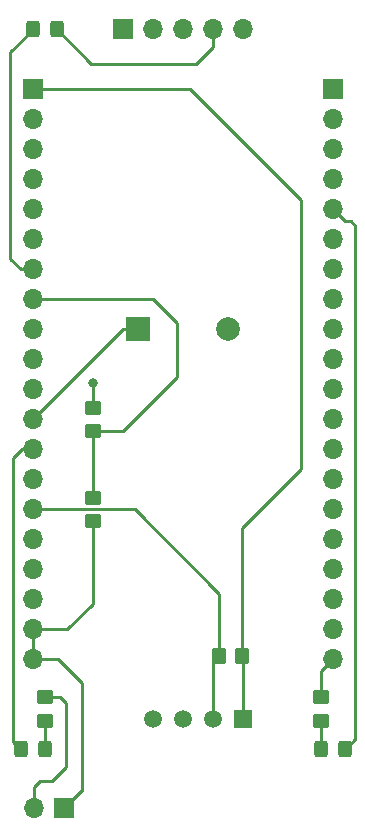
<source format=gbr>
%TF.GenerationSoftware,KiCad,Pcbnew,(6.0.4)*%
%TF.CreationDate,2022-08-23T00:57:11+02:00*%
%TF.ProjectId,MinimistCMZ,4d696e69-6d69-4737-9443-4d5a2e6b6963,rev?*%
%TF.SameCoordinates,Original*%
%TF.FileFunction,Copper,L1,Top*%
%TF.FilePolarity,Positive*%
%FSLAX46Y46*%
G04 Gerber Fmt 4.6, Leading zero omitted, Abs format (unit mm)*
G04 Created by KiCad (PCBNEW (6.0.4)) date 2022-08-23 00:57:11*
%MOMM*%
%LPD*%
G01*
G04 APERTURE LIST*
G04 Aperture macros list*
%AMRoundRect*
0 Rectangle with rounded corners*
0 $1 Rounding radius*
0 $2 $3 $4 $5 $6 $7 $8 $9 X,Y pos of 4 corners*
0 Add a 4 corners polygon primitive as box body*
4,1,4,$2,$3,$4,$5,$6,$7,$8,$9,$2,$3,0*
0 Add four circle primitives for the rounded corners*
1,1,$1+$1,$2,$3*
1,1,$1+$1,$4,$5*
1,1,$1+$1,$6,$7*
1,1,$1+$1,$8,$9*
0 Add four rect primitives between the rounded corners*
20,1,$1+$1,$2,$3,$4,$5,0*
20,1,$1+$1,$4,$5,$6,$7,0*
20,1,$1+$1,$6,$7,$8,$9,0*
20,1,$1+$1,$8,$9,$2,$3,0*%
G04 Aperture macros list end*
%TA.AperFunction,ComponentPad*%
%ADD10R,1.500000X1.500000*%
%TD*%
%TA.AperFunction,ComponentPad*%
%ADD11C,1.500000*%
%TD*%
%TA.AperFunction,SMDPad,CuDef*%
%ADD12RoundRect,0.250000X0.450000X-0.350000X0.450000X0.350000X-0.450000X0.350000X-0.450000X-0.350000X0*%
%TD*%
%TA.AperFunction,SMDPad,CuDef*%
%ADD13RoundRect,0.250000X-0.450000X0.350000X-0.450000X-0.350000X0.450000X-0.350000X0.450000X0.350000X0*%
%TD*%
%TA.AperFunction,SMDPad,CuDef*%
%ADD14RoundRect,0.250000X0.350000X0.450000X-0.350000X0.450000X-0.350000X-0.450000X0.350000X-0.450000X0*%
%TD*%
%TA.AperFunction,SMDPad,CuDef*%
%ADD15RoundRect,0.250000X0.325000X0.450000X-0.325000X0.450000X-0.325000X-0.450000X0.325000X-0.450000X0*%
%TD*%
%TA.AperFunction,ComponentPad*%
%ADD16R,1.700000X1.700000*%
%TD*%
%TA.AperFunction,ComponentPad*%
%ADD17O,1.700000X1.700000*%
%TD*%
%TA.AperFunction,SMDPad,CuDef*%
%ADD18RoundRect,0.250000X-0.325000X-0.450000X0.325000X-0.450000X0.325000X0.450000X-0.325000X0.450000X0*%
%TD*%
%TA.AperFunction,ComponentPad*%
%ADD19R,2.000000X2.000000*%
%TD*%
%TA.AperFunction,ComponentPad*%
%ADD20C,2.000000*%
%TD*%
%TA.AperFunction,ViaPad*%
%ADD21C,0.800000*%
%TD*%
%TA.AperFunction,Conductor*%
%ADD22C,0.250000*%
%TD*%
G04 APERTURE END LIST*
D10*
%TO.P,U1,1,VCC*%
%TO.N,/3.3V*%
X149860000Y-129540000D03*
D11*
%TO.P,U1,2,IO*%
%TO.N,/DHT11_IN*%
X147320000Y-129540000D03*
%TO.P,U1,3,NC*%
%TO.N,unconnected-(U1-Pad3)*%
X144780000Y-129540000D03*
%TO.P,U1,4,GND*%
%TO.N,GND*%
X142240000Y-129540000D03*
%TD*%
D12*
%TO.P,R5,1*%
%TO.N,/Battery*%
X137160000Y-105140000D03*
%TO.P,R5,2*%
%TO.N,GND*%
X137160000Y-103140000D03*
%TD*%
%TO.P,R4,1*%
%TO.N,VCC*%
X137160000Y-112760000D03*
%TO.P,R4,2*%
%TO.N,/Battery*%
X137160000Y-110760000D03*
%TD*%
%TO.P,R3,1*%
%TO.N,Net-(D2-Pad1)*%
X156464000Y-129651000D03*
%TO.P,R3,2*%
%TO.N,GND*%
X156464000Y-127651000D03*
%TD*%
D13*
%TO.P,R2,1*%
%TO.N,GND*%
X133096000Y-127651000D03*
%TO.P,R2,2*%
%TO.N,Net-(LED1-Pad1)*%
X133096000Y-129651000D03*
%TD*%
D14*
%TO.P,R1,1*%
%TO.N,/3.3V*%
X149844000Y-124206000D03*
%TO.P,R1,2*%
%TO.N,/DHT11_IN*%
X147844000Y-124206000D03*
%TD*%
D15*
%TO.P,LED1,1,K*%
%TO.N,Net-(LED1-Pad1)*%
X133105000Y-132080000D03*
%TO.P,LED1,2,A*%
%TO.N,Net-(J1-Pad13)*%
X131055000Y-132080000D03*
%TD*%
D16*
%TO.P,J4,1,Pin_1*%
%TO.N,VCC*%
X134747000Y-137033000D03*
D17*
%TO.P,J4,2,Pin_2*%
%TO.N,GND*%
X132207000Y-137033000D03*
%TD*%
%TO.P,J3,20,Pin_20*%
%TO.N,GND*%
X157480000Y-124460000D03*
%TO.P,J3,19,Pin_19*%
%TO.N,unconnected-(J3-Pad19)*%
X157480000Y-121920000D03*
%TO.P,J3,18,Pin_18*%
%TO.N,unconnected-(J3-Pad18)*%
X157480000Y-119380000D03*
%TO.P,J3,17,Pin_17*%
%TO.N,unconnected-(J3-Pad17)*%
X157480000Y-116840000D03*
%TO.P,J3,16,Pin_16*%
%TO.N,unconnected-(J3-Pad16)*%
X157480000Y-114300000D03*
%TO.P,J3,15,Pin_15*%
%TO.N,unconnected-(J3-Pad15)*%
X157480000Y-111760000D03*
%TO.P,J3,14,Pin_14*%
%TO.N,GND*%
X157480000Y-109220000D03*
%TO.P,J3,13,Pin_13*%
%TO.N,unconnected-(J3-Pad13)*%
X157480000Y-106680000D03*
%TO.P,J3,12,Pin_12*%
%TO.N,unconnected-(J3-Pad12)*%
X157480000Y-104140000D03*
%TO.P,J3,11,Pin_11*%
%TO.N,unconnected-(J3-Pad11)*%
X157480000Y-101600000D03*
%TO.P,J3,10,Pin_10*%
%TO.N,GND*%
X157480000Y-99060000D03*
%TO.P,J3,9,Pin_9*%
X157480000Y-96520000D03*
%TO.P,J3,8,Pin_8*%
%TO.N,unconnected-(J3-Pad8)*%
X157480000Y-93980000D03*
%TO.P,J3,7,Pin_7*%
%TO.N,unconnected-(J3-Pad7)*%
X157480000Y-91440000D03*
%TO.P,J3,6,Pin_6*%
%TO.N,unconnected-(J3-Pad6)*%
X157480000Y-88900000D03*
%TO.P,J3,5,Pin_5*%
%TO.N,Net-(D2-Pad2)*%
X157480000Y-86360000D03*
%TO.P,J3,4,Pin_4*%
%TO.N,unconnected-(J3-Pad4)*%
X157480000Y-83820000D03*
%TO.P,J3,3,Pin_3*%
%TO.N,unconnected-(J3-Pad3)*%
X157480000Y-81280000D03*
%TO.P,J3,2,Pin_2*%
%TO.N,unconnected-(J3-Pad2)*%
X157480000Y-78740000D03*
D16*
%TO.P,J3,1,Pin_1*%
%TO.N,GND*%
X157480000Y-76200000D03*
%TD*%
D17*
%TO.P,J2,5,Pin_5*%
%TO.N,unconnected-(J2-Pad5)*%
X149890000Y-71120000D03*
%TO.P,J2,4,Pin_4*%
%TO.N,/Solar*%
X147350000Y-71120000D03*
%TO.P,J2,3,Pin_3*%
%TO.N,unconnected-(J2-Pad3)*%
X144810000Y-71120000D03*
%TO.P,J2,2,Pin_2*%
%TO.N,unconnected-(J2-Pad2)*%
X142270000Y-71120000D03*
D16*
%TO.P,J2,1,Pin_1*%
%TO.N,GND*%
X139730000Y-71120000D03*
%TD*%
%TO.P,J1,1,Pin_1*%
%TO.N,/3.3V*%
X132080000Y-76200000D03*
D17*
%TO.P,J1,2,Pin_2*%
%TO.N,unconnected-(J1-Pad2)*%
X132080000Y-78740000D03*
%TO.P,J1,3,Pin_3*%
%TO.N,unconnected-(J1-Pad3)*%
X132080000Y-81280000D03*
%TO.P,J1,4,Pin_4*%
%TO.N,unconnected-(J1-Pad4)*%
X132080000Y-83820000D03*
%TO.P,J1,5,Pin_5*%
%TO.N,unconnected-(J1-Pad5)*%
X132080000Y-86360000D03*
%TO.P,J1,6,Pin_6*%
%TO.N,unconnected-(J1-Pad6)*%
X132080000Y-88900000D03*
%TO.P,J1,7,Pin_7*%
%TO.N,Net-(D3-Pad1)*%
X132080000Y-91440000D03*
%TO.P,J1,8,Pin_8*%
%TO.N,/Battery*%
X132080000Y-93980000D03*
%TO.P,J1,9,Pin_9*%
%TO.N,unconnected-(J1-Pad9)*%
X132080000Y-96520000D03*
%TO.P,J1,10,Pin_10*%
%TO.N,unconnected-(J1-Pad10)*%
X132080000Y-99060000D03*
%TO.P,J1,11,Pin_11*%
%TO.N,unconnected-(J1-Pad11)*%
X132080000Y-101600000D03*
%TO.P,J1,12,Pin_12*%
%TO.N,/Buzzer*%
X132080000Y-104140000D03*
%TO.P,J1,13,Pin_13*%
%TO.N,Net-(J1-Pad13)*%
X132080000Y-106680000D03*
%TO.P,J1,14,Pin_14*%
%TO.N,GND*%
X132080000Y-109220000D03*
%TO.P,J1,15,Pin_15*%
%TO.N,/DHT11_IN*%
X132080000Y-111760000D03*
%TO.P,J1,16,Pin_16*%
%TO.N,unconnected-(J1-Pad16)*%
X132080000Y-114300000D03*
%TO.P,J1,17,Pin_17*%
%TO.N,unconnected-(J1-Pad17)*%
X132080000Y-116840000D03*
%TO.P,J1,18,Pin_18*%
%TO.N,unconnected-(J1-Pad18)*%
X132080000Y-119380000D03*
%TO.P,J1,19,Pin_19*%
%TO.N,VCC*%
X132080000Y-121920000D03*
%TO.P,J1,20,Pin_20*%
X132080000Y-124460000D03*
%TD*%
D18*
%TO.P,D3,1,K*%
%TO.N,Net-(D3-Pad1)*%
X132071000Y-71120000D03*
%TO.P,D3,2,A*%
%TO.N,/Solar*%
X134121000Y-71120000D03*
%TD*%
%TO.P,D2,2,A*%
%TO.N,Net-(D2-Pad2)*%
X158505000Y-132080000D03*
%TO.P,D2,1,K*%
%TO.N,Net-(D2-Pad1)*%
X156455000Y-132080000D03*
%TD*%
D19*
%TO.P,BZ1,1,-*%
%TO.N,/Buzzer*%
X140980000Y-96520000D03*
D20*
%TO.P,BZ1,2,+*%
%TO.N,GND*%
X148580000Y-96520000D03*
%TD*%
D21*
%TO.N,GND*%
X137160000Y-101092000D03*
%TD*%
D22*
%TO.N,GND*%
X132207000Y-135255000D02*
X132207000Y-137033000D01*
X132715000Y-134747000D02*
X132207000Y-135255000D01*
X133731000Y-134747000D02*
X132715000Y-134747000D01*
X134874000Y-133604000D02*
X133731000Y-134747000D01*
X134874000Y-128143000D02*
X134874000Y-133604000D01*
X134366000Y-127635000D02*
X134874000Y-128143000D01*
X133112000Y-127635000D02*
X134366000Y-127635000D01*
X133096000Y-127651000D02*
X133112000Y-127635000D01*
%TO.N,VCC*%
X134239000Y-124460000D02*
X132080000Y-124460000D01*
X136271000Y-126492000D02*
X134239000Y-124460000D01*
X136271000Y-135636000D02*
X136271000Y-126492000D01*
X136144000Y-135636000D02*
X136271000Y-135636000D01*
X134747000Y-137033000D02*
X136144000Y-135636000D01*
X137160000Y-119761000D02*
X137160000Y-112760000D01*
X135001000Y-121920000D02*
X137160000Y-119761000D01*
X132080000Y-121920000D02*
X135001000Y-121920000D01*
%TO.N,/DHT11_IN*%
X147844000Y-118888000D02*
X147844000Y-124206000D01*
X132080000Y-111760000D02*
X140716000Y-111760000D01*
X140716000Y-111760000D02*
X147844000Y-118888000D01*
%TO.N,GND*%
X156464000Y-125476000D02*
X157480000Y-124460000D01*
X156464000Y-127651000D02*
X156464000Y-125476000D01*
%TO.N,VCC*%
X132080000Y-124460000D02*
X132080000Y-121920000D01*
%TO.N,GND*%
X137160000Y-103140000D02*
X137160000Y-101092000D01*
%TO.N,/Battery*%
X139716000Y-105140000D02*
X137160000Y-105140000D01*
X144272000Y-96012000D02*
X144272000Y-100584000D01*
X132080000Y-93980000D02*
X142240000Y-93980000D01*
X142240000Y-93980000D02*
X144272000Y-96012000D01*
X144272000Y-100584000D02*
X139716000Y-105140000D01*
%TO.N,/Buzzer*%
X139700000Y-96520000D02*
X140980000Y-96520000D01*
X132080000Y-104140000D02*
X139700000Y-96520000D01*
%TO.N,/DHT11_IN*%
X147320000Y-124730000D02*
X147844000Y-124206000D01*
X147320000Y-129540000D02*
X147320000Y-124730000D01*
%TO.N,/3.3V*%
X149844000Y-113316000D02*
X154813000Y-108347000D01*
X149844000Y-124206000D02*
X149844000Y-113316000D01*
X149860000Y-124222000D02*
X149844000Y-124206000D01*
X149860000Y-129540000D02*
X149860000Y-124222000D01*
X145415000Y-76200000D02*
X154813000Y-85598000D01*
X154813000Y-85598000D02*
X154813000Y-108347000D01*
X132080000Y-76200000D02*
X145415000Y-76200000D01*
%TO.N,/Solar*%
X145923000Y-74041000D02*
X147350000Y-72614000D01*
X137042000Y-74041000D02*
X145923000Y-74041000D01*
X134121000Y-71120000D02*
X137042000Y-74041000D01*
X147350000Y-72614000D02*
X147350000Y-71120000D01*
%TO.N,Net-(D3-Pad1)*%
X131064000Y-91440000D02*
X132080000Y-91440000D01*
X130175000Y-90551000D02*
X131064000Y-91440000D01*
X130175000Y-73025000D02*
X130175000Y-90551000D01*
X132071000Y-71129000D02*
X130175000Y-73025000D01*
X132071000Y-71120000D02*
X132071000Y-71129000D01*
%TO.N,/Battery*%
X137160000Y-110760000D02*
X137160000Y-105140000D01*
%TO.N,Net-(D2-Pad2)*%
X158496000Y-87376000D02*
X157480000Y-86360000D01*
X159385000Y-131191000D02*
X159385000Y-87757000D01*
X158654511Y-131930489D02*
X158654511Y-131921489D01*
X158654511Y-131921489D02*
X159385000Y-131191000D01*
X159004000Y-87376000D02*
X158496000Y-87376000D01*
X159385000Y-87757000D02*
X159004000Y-87376000D01*
X158505000Y-132080000D02*
X158654511Y-131930489D01*
%TO.N,Net-(D2-Pad1)*%
X156455000Y-132080000D02*
X156455000Y-129660000D01*
X156455000Y-129660000D02*
X156464000Y-129651000D01*
%TO.N,Net-(LED1-Pad1)*%
X133105000Y-129660000D02*
X133096000Y-129651000D01*
X133105000Y-132080000D02*
X133105000Y-129660000D01*
%TO.N,Net-(J1-Pad13)*%
X130429000Y-131454000D02*
X130429000Y-107442000D01*
X131191000Y-106680000D02*
X132080000Y-106680000D01*
X131055000Y-132080000D02*
X130429000Y-131454000D01*
X130429000Y-107442000D02*
X131191000Y-106680000D01*
%TD*%
M02*

</source>
